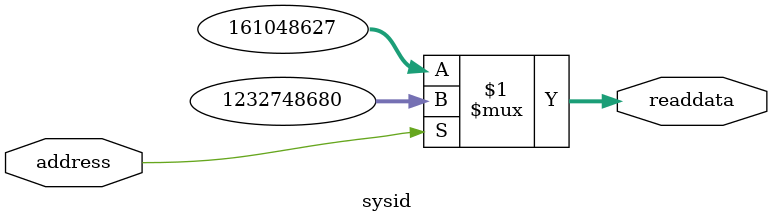
<source format=v>

`timescale 1ns / 1ps
// synthesis translate_on

// turn off superfluous verilog processor warnings 
// altera message_level Level1 
// altera message_off 10034 10035 10036 10037 10230 10240 10030 

module sysid (
               // inputs:
                address,

               // outputs:
                readdata
             )
;

  output  [ 31: 0] readdata;
  input            address;

  wire    [ 31: 0] readdata;
  //control_slave, which is an e_avalon_slave
  assign readdata = address ? 1232748680 : 161048627;

endmodule


</source>
